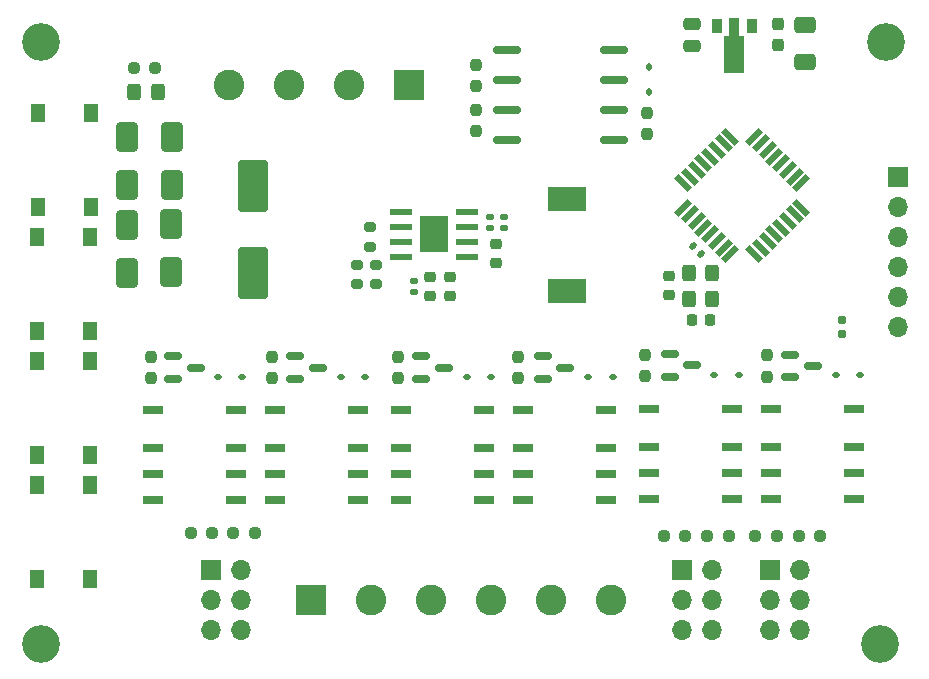
<source format=gbr>
%TF.GenerationSoftware,KiCad,Pcbnew,7.0.7*%
%TF.CreationDate,2023-12-19T09:30:13+01:00*%
%TF.ProjectId,OS-servoDriver_relay,4f532d73-6572-4766-9f44-72697665725f,rev?*%
%TF.SameCoordinates,Original*%
%TF.FileFunction,Soldermask,Top*%
%TF.FilePolarity,Negative*%
%FSLAX46Y46*%
G04 Gerber Fmt 4.6, Leading zero omitted, Abs format (unit mm)*
G04 Created by KiCad (PCBNEW 7.0.7) date 2023-12-19 09:30:13*
%MOMM*%
%LPD*%
G01*
G04 APERTURE LIST*
G04 Aperture macros list*
%AMRoundRect*
0 Rectangle with rounded corners*
0 $1 Rounding radius*
0 $2 $3 $4 $5 $6 $7 $8 $9 X,Y pos of 4 corners*
0 Add a 4 corners polygon primitive as box body*
4,1,4,$2,$3,$4,$5,$6,$7,$8,$9,$2,$3,0*
0 Add four circle primitives for the rounded corners*
1,1,$1+$1,$2,$3*
1,1,$1+$1,$4,$5*
1,1,$1+$1,$6,$7*
1,1,$1+$1,$8,$9*
0 Add four rect primitives between the rounded corners*
20,1,$1+$1,$2,$3,$4,$5,0*
20,1,$1+$1,$4,$5,$6,$7,0*
20,1,$1+$1,$6,$7,$8,$9,0*
20,1,$1+$1,$8,$9,$2,$3,0*%
%AMRotRect*
0 Rectangle, with rotation*
0 The origin of the aperture is its center*
0 $1 length*
0 $2 width*
0 $3 Rotation angle, in degrees counterclockwise*
0 Add horizontal line*
21,1,$1,$2,0,0,$3*%
%AMFreePoly0*
4,1,9,3.862500,-0.866500,0.737500,-0.866500,0.737500,-0.450000,-0.737500,-0.450000,-0.737500,0.450000,0.737500,0.450000,0.737500,0.866500,3.862500,0.866500,3.862500,-0.866500,3.862500,-0.866500,$1*%
G04 Aperture macros list end*
%ADD10RoundRect,0.250000X-1.000000X1.950000X-1.000000X-1.950000X1.000000X-1.950000X1.000000X1.950000X0*%
%ADD11RoundRect,0.237500X0.237500X-0.250000X0.237500X0.250000X-0.237500X0.250000X-0.237500X-0.250000X0*%
%ADD12RoundRect,0.112500X-0.187500X-0.112500X0.187500X-0.112500X0.187500X0.112500X-0.187500X0.112500X0*%
%ADD13RoundRect,0.225000X-0.250000X0.225000X-0.250000X-0.225000X0.250000X-0.225000X0.250000X0.225000X0*%
%ADD14RoundRect,0.140000X0.170000X-0.140000X0.170000X0.140000X-0.170000X0.140000X-0.170000X-0.140000X0*%
%ADD15RoundRect,0.250000X0.650000X-1.000000X0.650000X1.000000X-0.650000X1.000000X-0.650000X-1.000000X0*%
%ADD16RoundRect,0.112500X0.112500X-0.187500X0.112500X0.187500X-0.112500X0.187500X-0.112500X-0.187500X0*%
%ADD17RoundRect,0.225000X0.250000X-0.225000X0.250000X0.225000X-0.250000X0.225000X-0.250000X-0.225000X0*%
%ADD18R,1.800000X0.800000*%
%ADD19RoundRect,0.250000X-0.650000X1.000000X-0.650000X-1.000000X0.650000X-1.000000X0.650000X1.000000X0*%
%ADD20RoundRect,0.160000X0.160000X-0.197500X0.160000X0.197500X-0.160000X0.197500X-0.160000X-0.197500X0*%
%ADD21RoundRect,0.250000X-0.475000X0.250000X-0.475000X-0.250000X0.475000X-0.250000X0.475000X0.250000X0*%
%ADD22RoundRect,0.237500X0.250000X0.237500X-0.250000X0.237500X-0.250000X-0.237500X0.250000X-0.237500X0*%
%ADD23C,3.200000*%
%ADD24R,1.300000X1.550000*%
%ADD25R,1.910000X0.610000*%
%ADD26R,1.205000X1.550000*%
%ADD27RoundRect,0.150000X-0.587500X-0.150000X0.587500X-0.150000X0.587500X0.150000X-0.587500X0.150000X0*%
%ADD28RoundRect,0.200000X0.275000X-0.200000X0.275000X0.200000X-0.275000X0.200000X-0.275000X-0.200000X0*%
%ADD29R,1.700000X1.700000*%
%ADD30O,1.700000X1.700000*%
%ADD31RoundRect,0.250000X-0.650000X0.412500X-0.650000X-0.412500X0.650000X-0.412500X0.650000X0.412500X0*%
%ADD32R,3.200000X2.000000*%
%ADD33RoundRect,0.162500X1.012500X0.162500X-1.012500X0.162500X-1.012500X-0.162500X1.012500X-0.162500X0*%
%ADD34RoundRect,0.237500X-0.237500X0.300000X-0.237500X-0.300000X0.237500X-0.300000X0.237500X0.300000X0*%
%ADD35RoundRect,0.300000X-0.300000X0.400000X-0.300000X-0.400000X0.300000X-0.400000X0.300000X0.400000X0*%
%ADD36R,0.900000X1.300000*%
%ADD37FreePoly0,270.000000*%
%ADD38RotRect,1.600000X0.550000X45.000000*%
%ADD39RotRect,1.600000X0.550000X135.000000*%
%ADD40RoundRect,0.225000X-0.225000X-0.250000X0.225000X-0.250000X0.225000X0.250000X-0.225000X0.250000X0*%
%ADD41R,2.600000X2.600000*%
%ADD42C,2.600000*%
%ADD43RoundRect,0.200000X-0.275000X0.200000X-0.275000X-0.200000X0.275000X-0.200000X0.275000X0.200000X0*%
%ADD44RoundRect,0.237500X-0.250000X-0.237500X0.250000X-0.237500X0.250000X0.237500X-0.250000X0.237500X0*%
%ADD45RoundRect,0.250000X0.325000X0.450000X-0.325000X0.450000X-0.325000X-0.450000X0.325000X-0.450000X0*%
%ADD46RoundRect,0.140000X0.219203X0.021213X0.021213X0.219203X-0.219203X-0.021213X-0.021213X-0.219203X0*%
G04 APERTURE END LIST*
D10*
%TO.C,C1101*%
X192405000Y-118203000D03*
X192405000Y-125603000D03*
%TD*%
D11*
%TO.C,R703*%
X183769000Y-134516500D03*
X183769000Y-132691500D03*
%TD*%
D12*
%TO.C,D801*%
X210532000Y-134366000D03*
X212632000Y-134366000D03*
%TD*%
D13*
%TO.C,C901*%
X213025500Y-123177000D03*
X213025500Y-124727000D03*
%TD*%
D14*
%TO.C,C906*%
X206040500Y-127224000D03*
X206040500Y-126264000D03*
%TD*%
D15*
%TO.C,D1101*%
X185547000Y-118108000D03*
X185547000Y-114108000D03*
%TD*%
D16*
%TO.C,D1001*%
X225937000Y-110293000D03*
X225937000Y-108193000D03*
%TD*%
D17*
%TO.C,C201*%
X227641990Y-127429583D03*
X227641990Y-125879583D03*
%TD*%
D18*
%TO.C,K802*%
X215323646Y-137200000D03*
X215323646Y-140400000D03*
X215323646Y-142600000D03*
X215323646Y-144800000D03*
X222323646Y-144800000D03*
X222323646Y-142600000D03*
X222323646Y-140400000D03*
X222323646Y-137200000D03*
%TD*%
%TO.C,K701*%
X184000000Y-137200000D03*
X184000000Y-140400000D03*
X184000000Y-142600000D03*
X184000000Y-144800000D03*
X191000000Y-144800000D03*
X191000000Y-142600000D03*
X191000000Y-140400000D03*
X191000000Y-137200000D03*
%TD*%
D19*
%TO.C,D1103*%
X185527000Y-121474000D03*
X185527000Y-125474000D03*
%TD*%
D14*
%TO.C,C902*%
X212517500Y-121793000D03*
X212517500Y-120833000D03*
%TD*%
D20*
%TO.C,R202*%
X242316000Y-130772500D03*
X242316000Y-129577500D03*
%TD*%
D21*
%TO.C,C301*%
X229616000Y-104486500D03*
X229616000Y-106386500D03*
%TD*%
D11*
%TO.C,R803*%
X204724000Y-134516500D03*
X204724000Y-132691500D03*
%TD*%
D22*
%TO.C,R201*%
X184181000Y-108245000D03*
X182356000Y-108245000D03*
%TD*%
D23*
%TO.C,REF\u002A\u002A*%
X246000000Y-106000000D03*
%TD*%
D24*
%TO.C,SW604*%
X174250000Y-119975000D03*
X174250000Y-112025000D03*
X178750000Y-119975000D03*
X178750000Y-112025000D03*
%TD*%
D25*
%TO.C,U901*%
X210566000Y-124206000D03*
X210566000Y-122936000D03*
X210566000Y-121666000D03*
X210566000Y-120396000D03*
X205006000Y-120396000D03*
X205006000Y-121666000D03*
X205006000Y-122936000D03*
X205006000Y-124206000D03*
D26*
X208388500Y-123076000D03*
X208388500Y-121526000D03*
X207183500Y-123076000D03*
X207183500Y-121526000D03*
%TD*%
D18*
%TO.C,K901*%
X225973646Y-137099000D03*
X225973646Y-140299000D03*
X225973646Y-142499000D03*
X225973646Y-144699000D03*
X232973646Y-144699000D03*
X232973646Y-142499000D03*
X232973646Y-140299000D03*
X232973646Y-137099000D03*
%TD*%
D24*
%TO.C,SW601*%
X174153000Y-151475000D03*
X174153000Y-143525000D03*
X178653000Y-151475000D03*
X178653000Y-143525000D03*
%TD*%
D27*
%TO.C,Q802*%
X216994500Y-132654000D03*
X216994500Y-134554000D03*
X218869500Y-133604000D03*
%TD*%
D28*
%TO.C,R901*%
X201214500Y-126555000D03*
X201214500Y-124905000D03*
%TD*%
D17*
%TO.C,C905*%
X209088500Y-127521000D03*
X209088500Y-125971000D03*
%TD*%
D22*
%TO.C,R905*%
X240458000Y-147828000D03*
X238633000Y-147828000D03*
%TD*%
D11*
%TO.C,R704*%
X194056000Y-134516500D03*
X194056000Y-132691500D03*
%TD*%
D29*
%TO.C,J901*%
X236220000Y-150749000D03*
D30*
X238760000Y-150749000D03*
X236220000Y-153289000D03*
X238760000Y-153289000D03*
X236220000Y-155829000D03*
X238760000Y-155829000D03*
%TD*%
D11*
%TO.C,R907*%
X235966000Y-134389500D03*
X235966000Y-132564500D03*
%TD*%
D31*
%TO.C,C303*%
X239141000Y-104609500D03*
X239141000Y-107734500D03*
%TD*%
D29*
%TO.C,J701*%
X188849000Y-150749000D03*
D30*
X191389000Y-150749000D03*
X188849000Y-153289000D03*
X191389000Y-153289000D03*
X188849000Y-155829000D03*
X191389000Y-155829000D03*
%TD*%
D32*
%TO.C,L901*%
X218994500Y-119290000D03*
X218994500Y-127090000D03*
%TD*%
D27*
%TO.C,Q901*%
X227711000Y-132466000D03*
X227711000Y-134366000D03*
X229586000Y-133416000D03*
%TD*%
D12*
%TO.C,D701*%
X189450000Y-134366000D03*
X191550000Y-134366000D03*
%TD*%
D33*
%TO.C,U1001*%
X223012000Y-114300000D03*
X223012000Y-111760000D03*
X223012000Y-109220000D03*
X223012000Y-106680000D03*
X213962000Y-106680000D03*
X213962000Y-109220000D03*
X213962000Y-111760000D03*
X213962000Y-114300000D03*
%TD*%
D28*
%TO.C,R902*%
X202357500Y-123380000D03*
X202357500Y-121730000D03*
%TD*%
D23*
%TO.C,REF\u002A\u002A*%
X174500000Y-157000000D03*
%TD*%
D29*
%TO.C,J201*%
X247015000Y-117475000D03*
D30*
X247015000Y-120015000D03*
X247015000Y-122555000D03*
X247015000Y-125095000D03*
X247015000Y-127635000D03*
X247015000Y-130175000D03*
%TD*%
D34*
%TO.C,C302*%
X236855000Y-104547500D03*
X236855000Y-106272500D03*
%TD*%
D22*
%TO.C,R802*%
X232711000Y-147828000D03*
X230886000Y-147828000D03*
%TD*%
D12*
%TO.C,D702*%
X199864000Y-134366000D03*
X201964000Y-134366000D03*
%TD*%
D11*
%TO.C,R1001*%
X225810000Y-113838500D03*
X225810000Y-112013500D03*
%TD*%
D18*
%TO.C,K702*%
X194350000Y-137200000D03*
X194350000Y-140400000D03*
X194350000Y-142600000D03*
X194350000Y-144800000D03*
X201350000Y-144800000D03*
X201350000Y-142600000D03*
X201350000Y-140400000D03*
X201350000Y-137200000D03*
%TD*%
D22*
%TO.C,R702*%
X192579000Y-147574000D03*
X190754000Y-147574000D03*
%TD*%
D11*
%TO.C,R906*%
X225600500Y-134328500D03*
X225600500Y-132503500D03*
%TD*%
D35*
%TO.C,Y201*%
X229392990Y-125597583D03*
X229392990Y-127797583D03*
X231292990Y-127797583D03*
X231292990Y-125597583D03*
%TD*%
D18*
%TO.C,K902*%
X236323646Y-137099000D03*
X236323646Y-140299000D03*
X236323646Y-142499000D03*
X236323646Y-144699000D03*
X243323646Y-144699000D03*
X243323646Y-142499000D03*
X243323646Y-140299000D03*
X243323646Y-137099000D03*
%TD*%
D27*
%TO.C,Q702*%
X196039500Y-132654000D03*
X196039500Y-134554000D03*
X197914500Y-133604000D03*
%TD*%
D24*
%TO.C,SW602*%
X174153000Y-140975000D03*
X174153000Y-133025000D03*
X178653000Y-140975000D03*
X178653000Y-133025000D03*
%TD*%
D14*
%TO.C,C903*%
X213660500Y-121793000D03*
X213660500Y-120833000D03*
%TD*%
D12*
%TO.C,D802*%
X220819000Y-134366000D03*
X222919000Y-134366000D03*
%TD*%
D36*
%TO.C,U301*%
X234696000Y-104648000D03*
D37*
X233196000Y-104735500D03*
D36*
X231696000Y-104648000D03*
%TD*%
D19*
%TO.C,D1102*%
X181737000Y-114110000D03*
X181737000Y-118110000D03*
%TD*%
D38*
%TO.C,U202*%
X228888887Y-120049888D03*
X229454573Y-120615573D03*
X230020258Y-121181259D03*
X230585943Y-121746944D03*
X231151629Y-122312630D03*
X231717314Y-122878315D03*
X232283000Y-123444000D03*
X232848685Y-124009686D03*
D39*
X234899295Y-124009686D03*
X235464980Y-123444000D03*
X236030666Y-122878315D03*
X236596351Y-122312630D03*
X237162037Y-121746944D03*
X237727722Y-121181259D03*
X238293407Y-120615573D03*
X238859093Y-120049888D03*
D38*
X238859093Y-117999278D03*
X238293407Y-117433593D03*
X237727722Y-116867907D03*
X237162037Y-116302222D03*
X236596351Y-115736536D03*
X236030666Y-115170851D03*
X235464980Y-114605166D03*
X234899295Y-114039480D03*
D39*
X232848685Y-114039480D03*
X232283000Y-114605166D03*
X231717314Y-115170851D03*
X231151629Y-115736536D03*
X230585943Y-116302222D03*
X230020258Y-116867907D03*
X229454573Y-117433593D03*
X228888887Y-117999278D03*
%TD*%
D27*
%TO.C,Q701*%
X185704000Y-132654000D03*
X185704000Y-134554000D03*
X187579000Y-133604000D03*
%TD*%
D40*
%TO.C,C203*%
X229628990Y-129575583D03*
X231178990Y-129575583D03*
%TD*%
D29*
%TO.C,J801*%
X228727000Y-150749000D03*
D30*
X231267000Y-150749000D03*
X228727000Y-153289000D03*
X231267000Y-153289000D03*
X228727000Y-155829000D03*
X231267000Y-155829000D03*
%TD*%
D15*
%TO.C,D1104*%
X181737000Y-125569000D03*
X181737000Y-121569000D03*
%TD*%
D41*
%TO.C,J101*%
X205620000Y-109695000D03*
D42*
X200540000Y-109695000D03*
X195460000Y-109695000D03*
X190380000Y-109695000D03*
%TD*%
D43*
%TO.C,R903*%
X202865500Y-124905000D03*
X202865500Y-126555000D03*
%TD*%
D27*
%TO.C,Q902*%
X237949500Y-132527000D03*
X237949500Y-134427000D03*
X239824500Y-133477000D03*
%TD*%
D44*
%TO.C,R904*%
X234950000Y-147828000D03*
X236775000Y-147828000D03*
%TD*%
D23*
%TO.C,REF\u002A\u002A*%
X245500000Y-157000000D03*
%TD*%
D45*
%TO.C,D201*%
X184404000Y-110236000D03*
X182354000Y-110236000D03*
%TD*%
D44*
%TO.C,R701*%
X187174500Y-147574000D03*
X188999500Y-147574000D03*
%TD*%
D11*
%TO.C,R1003*%
X211332000Y-109774500D03*
X211332000Y-107949500D03*
%TD*%
D41*
%TO.C,J102*%
X197358000Y-153289000D03*
D42*
X202438000Y-153289000D03*
X207518000Y-153289000D03*
X212598000Y-153289000D03*
X217678000Y-153289000D03*
X222758000Y-153289000D03*
%TD*%
D11*
%TO.C,R1002*%
X211332000Y-113584500D03*
X211332000Y-111759500D03*
%TD*%
%TO.C,R804*%
X214884000Y-134516500D03*
X214884000Y-132691500D03*
%TD*%
D46*
%TO.C,C202*%
X230403990Y-123987583D03*
X229725168Y-123308761D03*
%TD*%
D12*
%TO.C,D901*%
X231487000Y-134239000D03*
X233587000Y-134239000D03*
%TD*%
D44*
%TO.C,R801*%
X227226500Y-147828000D03*
X229051500Y-147828000D03*
%TD*%
D17*
%TO.C,C904*%
X207422500Y-127521000D03*
X207422500Y-125971000D03*
%TD*%
D27*
%TO.C,Q801*%
X206707500Y-132654000D03*
X206707500Y-134554000D03*
X208582500Y-133604000D03*
%TD*%
D18*
%TO.C,K801*%
X204973646Y-137200000D03*
X204973646Y-140400000D03*
X204973646Y-142600000D03*
X204973646Y-144800000D03*
X211973646Y-144800000D03*
X211973646Y-142600000D03*
X211973646Y-140400000D03*
X211973646Y-137200000D03*
%TD*%
D24*
%TO.C,SW603*%
X174153000Y-130475000D03*
X174153000Y-122525000D03*
X178653000Y-130475000D03*
X178653000Y-122525000D03*
%TD*%
D23*
%TO.C,REF\u002A\u002A*%
X174500000Y-106000000D03*
%TD*%
D12*
%TO.C,D902*%
X241774000Y-134239000D03*
X243874000Y-134239000D03*
%TD*%
M02*

</source>
